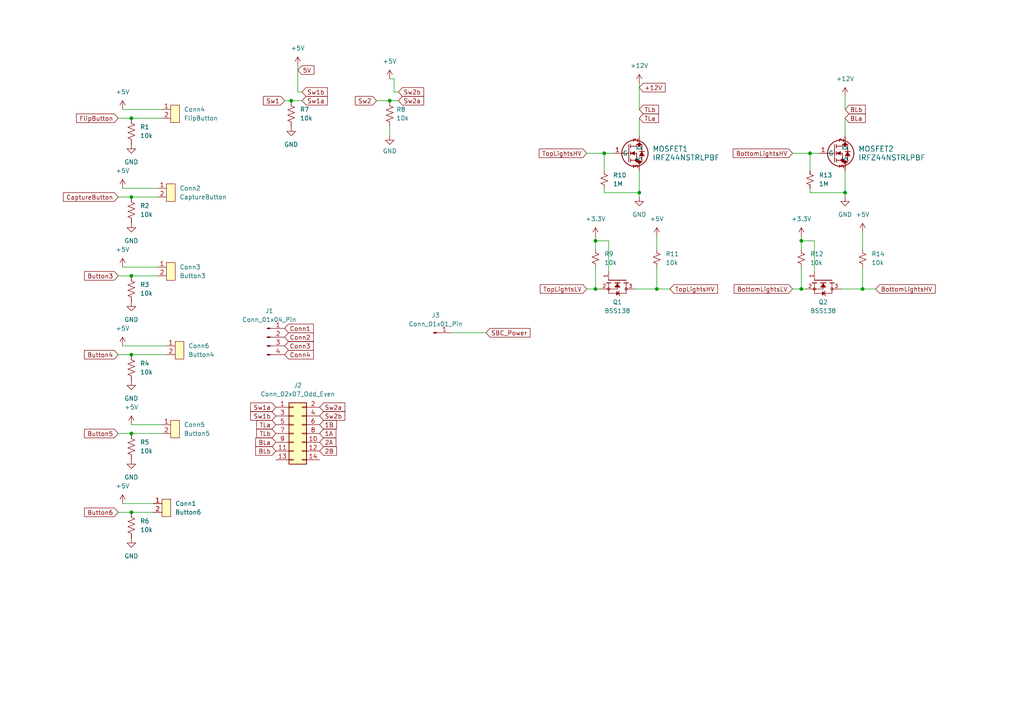
<source format=kicad_sch>
(kicad_sch (version 20231120) (generator "eeschema") (generator_version "8.0")
  (paper "A4")
  (lib_symbols
    (symbol "2024-05-21_14-07-33:IRFZ44NSTRLPBF" (pin_names (offset 0.254))
      (property "Reference" "MOSFET" (at 11.43 1.905 0))
      (property "Value" "IRFZ44NSTRLPBF" (at 11.43 -2.54 0))
      (symbol "IRFZ44NSTRLPBF_0_1"
        (polyline (pts (xy 2.54 0) (xy 4.445 0)) (stroke (width 0.2032)))
        (polyline (pts (xy 4.572 -2.54) (xy 4.572 2.54)) (stroke (width 0.2032)))
        (polyline (pts (xy 5.08 -2.54) (xy 5.08 -1.524)) (stroke (width 0.2032)))
        (polyline (pts (xy 5.08 -2.032) (xy 6.858 -2.032)) (stroke (width 0.2032)))
        (polyline (pts (xy 5.08 -0.508) (xy 5.08 0.508)) (stroke (width 0.2032)))
        (polyline (pts (xy 5.08 1.524) (xy 5.08 2.54)) (stroke (width 0.2032)))
        (polyline (pts (xy 5.08 2.032) (xy 6.858 2.032)) (stroke (width 0.2032)))
        (polyline (pts (xy 6.35 0) (xy 6.858 0)) (stroke (width 0.2032)))
        (polyline (pts (xy 6.858 -2.54) (xy 6.858 0)) (stroke (width 0.2032)))
        (polyline (pts (xy 6.858 -2.54) (xy 8.382 -2.54)) (stroke (width 0.2032)))
        (polyline (pts (xy 6.858 2.032) (xy 6.858 2.54)) (stroke (width 0.2032)))
        (polyline (pts (xy 6.858 2.54) (xy 8.382 2.54)) (stroke (width 0.2032)))
        (polyline (pts (xy 8.382 -2.54) (xy 8.382 -0.762)) (stroke (width 0.2032)))
        (polyline (pts (xy 8.382 0.508) (xy 8.382 2.54)) (stroke (width 0.2032)))
        (polyline (pts (xy 9.144 0.508) (xy 7.62 0.508)) (stroke (width 0.2032)))
        (polyline (pts (xy 6.35 0.508) (xy 5.08 0) (xy 6.35 -0.508)) (fill (type outline)))
        (polyline (pts (xy 9.144 -0.762) (xy 7.62 -0.762) (xy 8.382 0.508)) (fill (type outline)))
        (circle (center 6.35 0) (radius 3.81) (stroke (width 0.254)))
        (circle (center 6.858 -2.032) (radius 0.0254) (stroke (width 0.508)))
        (circle (center 7.62 -2.54) (radius 0.0254) (stroke (width 0.508)))
        (circle (center 7.62 2.54) (radius 0.0254) (stroke (width 0.508)))
        (pin passive line (at 0 0 0) (length 2.54) (name "G") (number "1"))
        (pin passive line (at 7.62 5.08 270) (length 2.54) (name "D") (number "2"))
        (pin passive line (at 7.62 -5.08 90) (length 2.54) (name "S") (number "3"))
      )
    )
    (symbol "BSS138:BSS138" (pin_names (offset 1.016))
      (property "Reference" "Q" (at -8.89 2.54 0))
      (property "Value" "BSS138" (at -8.89 -7.62 0))
      (symbol "BSS138_0_0"
        (polyline (pts (xy 0 2.54) (xy 0 -2.54)) (stroke (width 0.254)))
        (polyline (pts (xy 0.762 -2.54) (xy 0.762 -3.175)) (stroke (width 0.254)))
        (polyline (pts (xy 0.762 -1.905) (xy 0.762 -2.54)) (stroke (width 0.254)))
        (polyline (pts (xy 0.762 0) (xy 0.762 -0.762)) (stroke (width 0.254)))
        (polyline (pts (xy 0.762 0) (xy 2.54 0)) (stroke (width 0.1524)))
        (polyline (pts (xy 0.762 0.762) (xy 0.762 0)) (stroke (width 0.254)))
        (polyline (pts (xy 0.762 2.54) (xy 0.762 1.905)) (stroke (width 0.254)))
        (polyline (pts (xy 0.762 2.54) (xy 3.81 2.54)) (stroke (width 0.1524)))
        (polyline (pts (xy 0.762 3.175) (xy 0.762 2.54)) (stroke (width 0.254)))
        (polyline (pts (xy 2.54 -2.54) (xy 0.762 -2.54)) (stroke (width 0.1524)))
        (polyline (pts (xy 2.54 -2.54) (xy 3.81 -2.54)) (stroke (width 0.1524)))
        (polyline (pts (xy 2.54 0) (xy 2.54 -2.54)) (stroke (width 0.1524)))
        (polyline (pts (xy 3.302 0.508) (xy 3.048 0.254)) (stroke (width 0.1524)))
        (polyline (pts (xy 3.81 0.508) (xy 3.302 0.508)) (stroke (width 0.1524)))
        (polyline (pts (xy 3.81 0.508) (xy 3.81 -2.54)) (stroke (width 0.1524)))
        (polyline (pts (xy 3.81 2.54) (xy 3.81 0.508)) (stroke (width 0.1524)))
        (polyline (pts (xy 4.318 0.508) (xy 3.81 0.508)) (stroke (width 0.1524)))
        (polyline (pts (xy 4.572 0.762) (xy 4.318 0.508)) (stroke (width 0.1524)))
        (polyline (pts (xy 1.016 0) (xy 2.032 0.762) (xy 2.032 -0.762) (xy 1.016 0)) (stroke (width 0.1524)) (fill (type outline)))
        (polyline (pts (xy 3.81 0.508) (xy 3.302 -0.254) (xy 4.318 -0.254) (xy 3.81 0.508)) (stroke (width 0.1524)) (fill (type outline)))
        (circle (center 2.54 -2.54) (radius 0.3592))
        (circle (center 2.54 2.54) (radius 0.3592))
        (pin passive line (at -2.54 -2.54 0) (length 2.54) (name "~") (number "1"))
        (pin passive line (at 2.54 -5.08 90) (length 2.54) (name "~") (number "2"))
        (pin passive line (at 2.54 5.08 270) (length 2.54) (name "~") (number "3"))
      )
    )
    (symbol "Connector:Conn_01x01_Pin" (pin_names (offset 1.016) hide)
      (property "Reference" "J" (at 0 2.54 0))
      (property "Value" "Conn_01x01_Pin" (at 0 -2.54 0))
      (symbol "Conn_01x01_Pin_1_1"
        (polyline (pts (xy 1.27 0) (xy 0.8636 0)) (stroke (width 0.1524)))
        (rectangle (start 0.8636 0.127) (end 0 -0.127) (stroke (width 0.1524)) (fill (type outline)))
        (pin passive line (at 5.08 0 180) (length 3.81) (name "Pin_1") (number "1"))
      )
    )
    (symbol "Connector:Conn_01x04_Pin" (pin_names (offset 1.016) hide)
      (property "Reference" "J" (at 0 5.08 0))
      (property "Value" "Conn_01x04_Pin" (at 0 -7.62 0))
      (symbol "Conn_01x04_Pin_1_1"
        (polyline (pts (xy 1.27 -5.08) (xy 0.8636 -5.08)) (stroke (width 0.1524)))
        (polyline (pts (xy 1.27 -2.54) (xy 0.8636 -2.54)) (stroke (width 0.1524)))
        (polyline (pts (xy 1.27 0) (xy 0.8636 0)) (stroke (width 0.1524)))
        (polyline (pts (xy 1.27 2.54) (xy 0.8636 2.54)) (stroke (width 0.1524)))
        (rectangle (start 0.8636 -4.953) (end 0 -5.207) (stroke (width 0.1524)) (fill (type outline)))
        (rectangle (start 0.8636 -2.413) (end 0 -2.667) (stroke (width 0.1524)) (fill (type outline)))
        (rectangle (start 0.8636 0.127) (end 0 -0.127) (stroke (width 0.1524)) (fill (type outline)))
        (rectangle (start 0.8636 2.667) (end 0 2.413) (stroke (width 0.1524)) (fill (type outline)))
        (pin passive line (at 5.08 2.54 180) (length 3.81) (name "Pin_1") (number "1"))
        (pin passive line (at 5.08 0 180) (length 3.81) (name "Pin_2") (number "2"))
        (pin passive line (at 5.08 -2.54 180) (length 3.81) (name "Pin_3") (number "3"))
        (pin passive line (at 5.08 -5.08 180) (length 3.81) (name "Pin_4") (number "4"))
      )
    )
    (symbol "Connector_Generic:Conn_02x07_Odd_Even" (pin_names (offset 1.016) hide)
      (property "Reference" "J" (at 1.27 10.16 0))
      (property "Value" "Conn_02x07_Odd_Even" (at 1.27 -10.16 0))
      (symbol "Conn_02x07_Odd_Even_1_1"
        (rectangle (start -1.27 -7.493) (end 0 -7.747) (stroke (width 0.1524)))
        (rectangle (start -1.27 -4.953) (end 0 -5.207) (stroke (width 0.1524)))
        (rectangle (start -1.27 -2.413) (end 0 -2.667) (stroke (width 0.1524)))
        (rectangle (start -1.27 0.127) (end 0 -0.127) (stroke (width 0.1524)))
        (rectangle (start -1.27 2.667) (end 0 2.413) (stroke (width 0.1524)))
        (rectangle (start -1.27 5.207) (end 0 4.953) (stroke (width 0.1524)))
        (rectangle (start -1.27 7.747) (end 0 7.493) (stroke (width 0.1524)))
        (rectangle (start -1.27 8.89) (end 3.81 -8.89) (stroke (width 0.254)) (fill (type background)))
        (rectangle (start 3.81 -7.493) (end 2.54 -7.747) (stroke (width 0.1524)))
        (rectangle (start 3.81 -4.953) (end 2.54 -5.207) (stroke (width 0.1524)))
        (rectangle (start 3.81 -2.413) (end 2.54 -2.667) (stroke (width 0.1524)))
        (rectangle (start 3.81 0.127) (end 2.54 -0.127) (stroke (width 0.1524)))
        (rectangle (start 3.81 2.667) (end 2.54 2.413) (stroke (width 0.1524)))
        (rectangle (start 3.81 5.207) (end 2.54 4.953) (stroke (width 0.1524)))
        (rectangle (start 3.81 7.747) (end 2.54 7.493) (stroke (width 0.1524)))
        (pin passive line (at -5.08 7.62 0) (length 3.81) (name "Pin_1") (number "1"))
        (pin passive line (at 7.62 -2.54 180) (length 3.81) (name "Pin_10") (number "10"))
        (pin passive line (at -5.08 -5.08 0) (length 3.81) (name "Pin_11") (number "11"))
        (pin passive line (at 7.62 -5.08 180) (length 3.81) (name "Pin_12") (number "12"))
        (pin passive line (at -5.08 -7.62 0) (length 3.81) (name "Pin_13") (number "13"))
        (pin passive line (at 7.62 -7.62 180) (length 3.81) (name "Pin_14") (number "14"))
        (pin passive line (at 7.62 7.62 180) (length 3.81) (name "Pin_2") (number "2"))
        (pin passive line (at -5.08 5.08 0) (length 3.81) (name "Pin_3") (number "3"))
        (pin passive line (at 7.62 5.08 180) (length 3.81) (name "Pin_4") (number "4"))
        (pin passive line (at -5.08 2.54 0) (length 3.81) (name "Pin_5") (number "5"))
        (pin passive line (at 7.62 2.54 180) (length 3.81) (name "Pin_6") (number "6"))
        (pin passive line (at -5.08 0 0) (length 3.81) (name "Pin_7") (number "7"))
        (pin passive line (at 7.62 0 180) (length 3.81) (name "Pin_8") (number "8"))
        (pin passive line (at -5.08 -2.54 0) (length 3.81) (name "Pin_9") (number "9"))
      )
    )
    (symbol "Device:R_Small_US" (pin_numbers hide) (pin_names (offset 0.254) hide)
      (property "Reference" "R" (at 0.762 0.508 0))
      (property "Value" "R_Small_US" (at 0.762 -1.016 0))
      (symbol "R_Small_US_1_1"
        (polyline (pts (xy 0 0) (xy 1.016 -0.381) (xy 0 -0.762) (xy -1.016 -1.143) (xy 0 -1.524)))
        (polyline (pts (xy 0 1.524) (xy 1.016 1.143) (xy 0 0.762) (xy -1.016 0.381) (xy 0 0)))
        (pin passive line (at 0 2.54 270) (length 1.016) (name "~") (number "1"))
        (pin passive line (at 0 -2.54 90) (length 1.016) (name "~") (number "2"))
      )
    )
    (symbol "Device:R_US" (pin_numbers hide) (pin_names (offset 0))
      (property "Reference" "R" (at 2.54 0 90))
      (property "Value" "R_US" (at -2.54 0 90))
      (symbol "R_US_0_1"
        (polyline (pts (xy 0 -2.286) (xy 0 -2.54)))
        (polyline (pts (xy 0 2.286) (xy 0 2.54)))
        (polyline (pts (xy 0 -0.762) (xy 1.016 -1.143) (xy 0 -1.524) (xy -1.016 -1.905) (xy 0 -2.286)))
        (polyline (pts (xy 0 0.762) (xy 1.016 0.381) (xy 0 0) (xy -1.016 -0.381) (xy 0 -0.762)))
        (polyline (pts (xy 0 2.286) (xy 1.016 1.905) (xy 0 1.524) (xy -1.016 1.143) (xy 0 0.762)))
      )
      (symbol "R_US_1_1"
        (pin passive line (at 0 3.81 270) (length 1.27) (name "~") (number "1"))
        (pin passive line (at 0 -3.81 90) (length 1.27) (name "~") (number "2"))
      )
    )
    (symbol "Scout_library:B2B_VERT_1.5MM" (pin_names (offset 0) hide)
      (property "Reference" "Conn" (at 0 0 0))
      (property "Value" "B2B" (at 1.27 -7.62 0))
      (symbol "B2B_VERT_1.5MM_1_1"
        (rectangle (start -1.27 -1.27) (end 1.27 -6.35) (fill (type background)))
        (pin passive line (at -3.81 -2.54 0) (length 2.54) (name "Pin_1") (number "1"))
        (pin passive line (at -3.81 -5.08 0) (length 2.54) (name "Pin_2") (number "2"))
      )
    )
    (symbol "power:+12V" (power) (pin_names (offset 0))
      (property "Value" "+12V" (at 0 3.556 0))
      (symbol "+12V_0_1"
        (polyline (pts (xy -0.762 1.27) (xy 0 2.54)))
        (polyline (pts (xy 0 0) (xy 0 2.54)))
        (polyline (pts (xy 0 2.54) (xy 0.762 1.27)))
      )
      (symbol "+12V_1_1"
        (pin power_in line (at 0 0 90) (length 0) hide (name "+12V") (number "1"))
      )
    )
    (symbol "power:+3.3V" (power) (pin_names (offset 0))
      (property "Value" "+3.3V" (at 0 3.556 0))
      (symbol "+3.3V_0_1"
        (polyline (pts (xy -0.762 1.27) (xy 0 2.54)))
        (polyline (pts (xy 0 0) (xy 0 2.54)))
        (polyline (pts (xy 0 2.54) (xy 0.762 1.27)))
      )
      (symbol "+3.3V_1_1"
        (pin power_in line (at 0 0 90) (length 0) hide (name "+3.3V") (number "1"))
      )
    )
    (symbol "power:+5V" (power) (pin_names (offset 0))
      (property "Value" "+5V" (at 0 3.556 0))
      (symbol "+5V_0_1"
        (polyline (pts (xy -0.762 1.27) (xy 0 2.54)))
        (polyline (pts (xy 0 0) (xy 0 2.54)))
        (polyline (pts (xy 0 2.54) (xy 0.762 1.27)))
      )
      (symbol "+5V_1_1"
        (pin power_in line (at 0 0 90) (length 0) hide (name "+5V") (number "1"))
      )
    )
    (symbol "power:GND" (power) (pin_names (offset 0))
      (property "Value" "GND" (at 0 -3.81 0))
      (symbol "GND_0_1"
        (polyline (pts (xy 0 0) (xy 0 -1.27) (xy 1.27 -1.27) (xy 0 -2.54) (xy -1.27 -1.27) (xy 0 -1.27)))
      )
      (symbol "GND_1_1"
        (pin power_in line (at 0 0 270) (length 0) hide (name "GND") (number "1"))
      )
    )
  )
  (junction (at 38.1 34.29))
  (junction (at 190.5 83.82))
  (junction (at 245.11 55.88))
  (junction (at 38.1 148.59))
  (junction (at 232.41 69.85))
  (junction (at 234.95 44.45))
  (junction (at 250.19 83.82))
  (junction (at 232.41 83.82))
  (junction (at 172.72 83.82))
  (junction (at 38.1 57.15))
  (junction (at 84.455 29.21))
  (junction (at 185.42 55.88))
  (junction (at 38.1 125.73))
  (junction (at 113.03 29.21))
  (junction (at 172.72 69.85))
  (junction (at 38.1 102.87))
  (junction (at 38.1 80.01))
  (junction (at 175.26 44.45))
  (wire (pts (xy 35.56 54.61) (xy 45.72 54.61)))
  (wire (pts (xy 86.36 19.05) (xy 86.36 26.67)))
  (wire (pts (xy 170.18 44.45) (xy 175.26 44.45)))
  (wire (pts (xy 34.29 125.73) (xy 38.1 125.73)))
  (wire (pts (xy 35.56 77.47) (xy 45.72 77.47)))
  (wire (pts (xy 113.03 29.21) (xy 115.57 29.21)))
  (wire (pts (xy 232.41 69.85) (xy 232.41 72.39)))
  (wire (pts (xy 34.29 57.15) (xy 38.1 57.15)))
  (wire (pts (xy 194.31 83.82) (xy 190.5 83.82)))
  (wire (pts (xy 234.95 55.88) (xy 245.11 55.88)))
  (wire (pts (xy 236.22 78.74) (xy 236.22 69.85)))
  (wire (pts (xy 34.29 148.59) (xy 38.1 148.59)))
  (wire (pts (xy 172.72 68.58) (xy 172.72 69.85)))
  (wire (pts (xy 114.3 22.86) (xy 114.3 26.67)))
  (wire (pts (xy 172.72 77.47) (xy 172.72 83.82)))
  (wire (pts (xy 190.5 83.82) (xy 184.15 83.82)))
  (wire (pts (xy 113.03 22.86) (xy 114.3 22.86)))
  (wire (pts (xy 245.11 49.53) (xy 245.11 55.88)))
  (wire (pts (xy 38.1 57.15) (xy 45.72 57.15)))
  (wire (pts (xy 190.5 68.58) (xy 190.5 72.39)))
  (wire (pts (xy 185.42 49.53) (xy 185.42 55.88)))
  (wire (pts (xy 175.26 55.88) (xy 185.42 55.88)))
  (wire (pts (xy 234.95 49.53) (xy 234.95 44.45)))
  (wire (pts (xy 34.29 34.29) (xy 38.1 34.29)))
  (wire (pts (xy 232.41 83.82) (xy 229.87 83.82)))
  (wire (pts (xy 35.56 100.33) (xy 48.26 100.33)))
  (wire (pts (xy 35.56 31.75) (xy 46.99 31.75)))
  (wire (pts (xy 175.26 44.45) (xy 177.8 44.45)))
  (wire (pts (xy 172.72 69.85) (xy 172.72 72.39)))
  (wire (pts (xy 234.95 44.45) (xy 237.49 44.45)))
  (wire (pts (xy 84.455 29.21) (xy 87.63 29.21)))
  (wire (pts (xy 38.1 80.01) (xy 45.72 80.01)))
  (wire (pts (xy 34.29 80.01) (xy 38.1 80.01)))
  (wire (pts (xy 190.5 77.47) (xy 190.5 83.82)))
  (wire (pts (xy 176.53 78.74) (xy 176.53 69.85)))
  (wire (pts (xy 114.3 26.67) (xy 115.57 26.67)))
  (wire (pts (xy 38.1 125.73) (xy 46.99 125.73)))
  (wire (pts (xy 250.19 67.31) (xy 250.19 72.39)))
  (wire (pts (xy 38.1 148.59) (xy 44.45 148.59)))
  (wire (pts (xy 245.11 27.94) (xy 245.11 31.75)))
  (wire (pts (xy 176.53 69.85) (xy 172.72 69.85)))
  (wire (pts (xy 185.42 57.15) (xy 185.42 55.88)))
  (wire (pts (xy 185.42 24.13) (xy 185.42 31.75)))
  (wire (pts (xy 38.1 123.19) (xy 46.99 123.19)))
  (wire (pts (xy 82.55 29.21) (xy 84.455 29.21)))
  (wire (pts (xy 232.41 77.47) (xy 232.41 83.82)))
  (wire (pts (xy 234.95 55.88) (xy 234.95 54.61)))
  (wire (pts (xy 236.22 69.85) (xy 232.41 69.85)))
  (wire (pts (xy 232.41 68.58) (xy 232.41 69.85)))
  (wire (pts (xy 175.26 55.88) (xy 175.26 54.61)))
  (wire (pts (xy 109.22 29.21) (xy 113.03 29.21)))
  (wire (pts (xy 35.56 146.05) (xy 44.45 146.05)))
  (wire (pts (xy 175.26 49.53) (xy 175.26 44.45)))
  (wire (pts (xy 233.68 83.82) (xy 232.41 83.82)))
  (wire (pts (xy 185.42 34.29) (xy 185.42 39.37)))
  (wire (pts (xy 140.97 96.52) (xy 130.81 96.52)))
  (wire (pts (xy 34.29 102.87) (xy 38.1 102.87)))
  (wire (pts (xy 113.03 39.37) (xy 113.03 36.83)))
  (wire (pts (xy 86.36 26.67) (xy 87.63 26.67)))
  (wire (pts (xy 38.1 102.87) (xy 48.26 102.87)))
  (wire (pts (xy 173.99 83.82) (xy 172.72 83.82)))
  (wire (pts (xy 254 83.82) (xy 250.19 83.82)))
  (wire (pts (xy 229.87 44.45) (xy 234.95 44.45)))
  (wire (pts (xy 245.11 57.15) (xy 245.11 55.88)))
  (wire (pts (xy 250.19 77.47) (xy 250.19 83.82)))
  (wire (pts (xy 250.19 83.82) (xy 243.84 83.82)))
  (wire (pts (xy 172.72 83.82) (xy 170.18 83.82)))
  (wire (pts (xy 245.11 34.29) (xy 245.11 39.37)))
  (wire (pts (xy 38.1 34.29) (xy 46.99 34.29)))
  (global_label "Conn3" (shape input) (at 82.55 100.33 0) (property "Intersheetrefs" "${INTERSHEET_REFS}" (effects (hide yes))))
  (global_label "Sw1a" (shape input) (at 87.63 29.21 0) (property "Intersheetrefs" "${INTERSHEET_REFS}" (effects (hide yes))))
  (global_label "SBC_Power" (shape input) (at 140.97 96.52 0) (property "Intersheetrefs" "${INTERSHEET_REFS}" (effects (hide yes))))
  (global_label "TopLightsHV" (shape input) (at 194.31 83.82 0) (property "Intersheetrefs" "${INTERSHEET_REFS}" (effects (hide yes))))
  (global_label "TLb" (shape input) (at 80.01 125.73 180) (property "Intersheetrefs" "${INTERSHEET_REFS}" (effects (hide yes))))
  (global_label "FlipButton" (shape input) (at 34.29 34.29 180) (property "Intersheetrefs" "${INTERSHEET_REFS}" (effects (hide yes))))
  (global_label "Button3" (shape input) (at 34.29 80.01 180) (property "Intersheetrefs" "${INTERSHEET_REFS}" (effects (hide yes))))
  (global_label "Sw2b" (shape input) (at 115.57 26.67 0) (property "Intersheetrefs" "${INTERSHEET_REFS}" (effects (hide yes))))
  (global_label "TLa" (shape input) (at 80.01 123.19 180) (property "Intersheetrefs" "${INTERSHEET_REFS}" (effects (hide yes))))
  (global_label "Button5" (shape input) (at 34.29 125.73 180) (property "Intersheetrefs" "${INTERSHEET_REFS}" (effects (hide yes))))
  (global_label "BottomLightsHV" (shape input) (at 229.87 44.45 180) (property "Intersheetrefs" "${INTERSHEET_REFS}" (effects (hide yes))))
  (global_label "BottomLightsHV" (shape input) (at 254 83.82 0) (property "Intersheetrefs" "${INTERSHEET_REFS}" (effects (hide yes))))
  (global_label "Sw2b" (shape input) (at 92.71 120.65 0) (property "Intersheetrefs" "${INTERSHEET_REFS}" (effects (hide yes))))
  (global_label "BLa" (shape input) (at 245.11 34.29 0) (property "Intersheetrefs" "${INTERSHEET_REFS}" (effects (hide yes))))
  (global_label "Sw1b" (shape input) (at 80.01 120.65 180) (property "Intersheetrefs" "${INTERSHEET_REFS}" (effects (hide yes))))
  (global_label "Button4" (shape input) (at 34.29 102.87 180) (property "Intersheetrefs" "${INTERSHEET_REFS}" (effects (hide yes))))
  (global_label "CaptureButton" (shape input) (at 34.29 57.15 180) (property "Intersheetrefs" "${INTERSHEET_REFS}" (effects (hide yes))))
  (global_label "Sw2a" (shape input) (at 92.71 118.11 0) (property "Intersheetrefs" "${INTERSHEET_REFS}" (effects (hide yes))))
  (global_label "TopLightsLV" (shape input) (at 170.18 83.82 180) (property "Intersheetrefs" "${INTERSHEET_REFS}" (effects (hide yes))))
  (global_label "1B" (shape input) (at 92.71 123.19 0) (property "Intersheetrefs" "${INTERSHEET_REFS}" (effects (hide yes))))
  (global_label "Sw1a" (shape input) (at 80.01 118.11 180) (property "Intersheetrefs" "${INTERSHEET_REFS}" (effects (hide yes))))
  (global_label "BLb" (shape input) (at 80.01 130.81 180) (property "Intersheetrefs" "${INTERSHEET_REFS}" (effects (hide yes))))
  (global_label "Sw2a" (shape input) (at 115.57 29.21 0) (property "Intersheetrefs" "${INTERSHEET_REFS}" (effects (hide yes))))
  (global_label "Sw1" (shape input) (at 82.55 29.21 180) (property "Intersheetrefs" "${INTERSHEET_REFS}" (effects (hide yes))))
  (global_label "Sw1b" (shape input) (at 87.63 26.67 0) (property "Intersheetrefs" "${INTERSHEET_REFS}" (effects (hide yes))))
  (global_label "1A" (shape input) (at 92.71 125.73 0) (property "Intersheetrefs" "${INTERSHEET_REFS}" (effects (hide yes))))
  (global_label "TLa" (shape input) (at 185.42 34.29 0) (property "Intersheetrefs" "${INTERSHEET_REFS}" (effects (hide yes))))
  (global_label "Sw2" (shape input) (at 109.22 29.21 180) (property "Intersheetrefs" "${INTERSHEET_REFS}" (effects (hide yes))))
  (global_label "Conn2" (shape input) (at 82.55 97.79 0) (property "Intersheetrefs" "${INTERSHEET_REFS}" (effects (hide yes))))
  (global_label "TopLightsHV" (shape input) (at 170.18 44.45 180) (property "Intersheetrefs" "${INTERSHEET_REFS}" (effects (hide yes))))
  (global_label "BottomLightsLV" (shape input) (at 229.87 83.82 180) (property "Intersheetrefs" "${INTERSHEET_REFS}" (effects (hide yes))))
  (global_label "Button6" (shape input) (at 34.29 148.59 180) (property "Intersheetrefs" "${INTERSHEET_REFS}" (effects (hide yes))))
  (global_label "5V" (shape input) (at 86.36 20.32 0) (property "Intersheetrefs" "${INTERSHEET_REFS}" (effects (hide yes))))
  (global_label "Conn4" (shape input) (at 82.55 102.87 0) (property "Intersheetrefs" "${INTERSHEET_REFS}" (effects (hide yes))))
  (global_label "TLb" (shape input) (at 185.42 31.75 0) (property "Intersheetrefs" "${INTERSHEET_REFS}" (effects (hide yes))))
  (global_label "2A" (shape input) (at 92.71 128.27 0) (property "Intersheetrefs" "${INTERSHEET_REFS}" (effects (hide yes))))
  (global_label "BLb" (shape input) (at 245.11 31.75 0) (property "Intersheetrefs" "${INTERSHEET_REFS}" (effects (hide yes))))
  (global_label "2B" (shape input) (at 92.71 130.81 0) (property "Intersheetrefs" "${INTERSHEET_REFS}" (effects (hide yes))))
  (global_label "+12V" (shape input) (at 185.42 25.4 0) (property "Intersheetrefs" "${INTERSHEET_REFS}" (effects (hide yes))))
  (global_label "BLa" (shape input) (at 80.01 128.27 180) (property "Intersheetrefs" "${INTERSHEET_REFS}" (effects (hide yes))))
  (global_label "Conn1" (shape input) (at 82.55 95.25 0) (property "Intersheetrefs" "${INTERSHEET_REFS}" (effects (hide yes))))
  (symbol (lib_id "Device:R_US") (at 38.1 60.96 0) (unit 1)
    (property "Reference" "R2" (at 40.64 59.69 0) (effects (justify left)))
    (property "Value" "10k" (at 40.64 62.23 0) (effects (justify left)))
    (property "Footprint" "Resistor_SMD:R_0603_1608Metric_Pad0.98x0.95mm_HandSolder" (effects (hide yes)))
  )
  (symbol (lib_id "Device:R_Small_US") (at 190.5 74.93 0) (unit 1)
    (property "Reference" "R11" (at 193.04 73.66 0) (effects (justify left)))
    (property "Value" "10k" (at 193.04 76.2 0) (effects (justify left)))
    (property "Footprint" "Resistor_SMD:R_0603_1608Metric_Pad0.98x0.95mm_HandSolder" (effects (hide yes)))
  )
  (symbol (lib_id "Scout_library:B2B_VERT_1.5MM") (at 49.53 52.07 0) (unit 1)
    (property "Reference" "Conn2" (at 52.07 54.61 0) (effects (justify left)))
    (property "Value" "CaptureButton" (at 52.07 57.15 0) (effects (justify left)))
    (property "Footprint" "Connector_JST:JST_XH_B2B-XH-AM_1x02_P2.50mm_Vertical" (effects (hide yes)))
    (property "Datasheet" "https://www.jst-mfg.com/product/pdf/eng/eZH.pdf" (effects (hide yes)))
  )
  (symbol (lib_id "power:GND") (at 84.455 36.83 0) (unit 1)
    (property "Reference" "#PWR021" (effects (hide yes)))
    (property "Value" "GND" (at 84.455 41.91 0))
  )
  (symbol (lib_id "power:+5V") (at 190.5 68.58 0) (unit 1)
    (property "Reference" "#PWR030" (effects (hide yes)))
    (property "Value" "+5V" (at 190.5 63.5 0))
  )
  (symbol (lib_id "power:+12V") (at 245.11 27.94 0) (unit 1)
    (property "Reference" "#PWR032" (effects (hide yes)))
    (property "Value" "+12V" (at 245.11 22.86 0))
  )
  (symbol (lib_id "Device:R_US") (at 38.1 106.68 0) (unit 1) (on_board no)
    (property "Reference" "R4" (at 40.64 105.41 0) (effects (justify left)))
    (property "Value" "10k" (at 40.64 107.95 0) (effects (justify left)))
    (property "Footprint" "Resistor_SMD:R_0603_1608Metric_Pad0.98x0.95mm_HandSolder" (effects (hide yes)))
  )
  (symbol (lib_id "power:GND") (at 38.1 64.77 0) (unit 1)
    (property "Reference" "#PWR015" (effects (hide yes)))
    (property "Value" "GND" (at 38.1 69.85 0))
  )
  (symbol (lib_id "Scout_library:B2B_VERT_1.5MM") (at 48.26 143.51 0) (unit 1) (on_board no)
    (property "Reference" "Conn1" (at 50.8 146.05 0) (effects (justify left)))
    (property "Value" "Button6" (at 50.8 148.59 0) (effects (justify left)))
    (property "Footprint" "Connector_JST:JST_XH_B2B-XH-AM_1x02_P2.50mm_Vertical" (effects (hide yes)))
    (property "Datasheet" "https://www.jst-mfg.com/product/pdf/eng/eZH.pdf" (effects (hide yes)))
  )
  (symbol (lib_id "BSS138:BSS138") (at 238.76 81.28 270) (unit 1)
    (property "Reference" "Q2" (at 238.76 87.63 90))
    (property "Value" "BSS138" (at 238.76 90.17 90))
    (property "Footprint" "BSS138:SOT95P240X111-3N" (effects (hide yes)))
    (property "PARTREV" "30 Jan 2018" (effects (hide yes)))
    (property "MANUFACTURER" "ON Semiconductor" (effects (hide yes)))
    (property "MAXIMUM_PACKAGE_HEIGHT" "1.11 mm" (effects (hide yes)))
    (property "STANDARD" "IPC 7351B" (effects (hide yes)))
  )
  (symbol (lib_id "Connector:Conn_01x01_Pin") (at 125.73 96.52 0) (unit 1) (on_board no)
    (property "Reference" "J3" (at 126.365 91.44 0))
    (property "Value" "Conn_01x01_Pin" (at 126.365 93.98 0))
    (property "Footprint" "Connector_PinHeader_2.54mm:PinHeader_1x01_P2.54mm_Vertical" (effects (hide yes)))
  )
  (symbol (lib_id "power:GND") (at 38.1 156.21 0) (unit 1)
    (property "Reference" "#PWR020" (effects (hide yes)))
    (property "Value" "GND" (at 38.1 161.29 0))
  )
  (symbol (lib_id "power:GND") (at 38.1 41.91 0) (unit 1)
    (property "Reference" "#PWR014" (effects (hide yes)))
    (property "Value" "GND" (at 38.1 46.99 0))
  )
  (symbol (lib_id "power:+5V") (at 86.36 19.05 0) (unit 1)
    (property "Reference" "#PWR022" (effects (hide yes)))
    (property "Value" "+5V" (at 86.36 13.97 0))
  )
  (symbol (lib_id "power:+5V") (at 35.56 100.33 0) (unit 1)
    (property "Reference" "#PWR012" (effects (hide yes)))
    (property "Value" "+5V" (at 35.56 95.25 0))
  )
  (symbol (lib_id "power:+12V") (at 185.42 24.13 0) (unit 1)
    (property "Reference" "#PWR028" (effects (hide yes)))
    (property "Value" "+12V" (at 185.42 19.05 0))
  )
  (symbol (lib_id "power:+3.3V") (at 172.72 68.58 0) (unit 1)
    (property "Reference" "#PWR027" (effects (hide yes)))
    (property "Value" "+3.3V" (at 172.72 63.5 0))
  )
  (symbol (lib_id "power:GND") (at 38.1 87.63 0) (unit 1)
    (property "Reference" "#PWR016" (effects (hide yes)))
    (property "Value" "GND" (at 38.1 92.71 0))
  )
  (symbol (lib_id "Device:R_US") (at 38.1 152.4 0) (unit 1) (on_board no)
    (property "Reference" "R6" (at 40.64 151.13 0) (effects (justify left)))
    (property "Value" "10k" (at 40.64 153.67 0) (effects (justify left)))
    (property "Footprint" "Resistor_SMD:R_0603_1608Metric_Pad0.98x0.95mm_HandSolder" (effects (hide yes)))
  )
  (symbol (lib_id "power:GND") (at 245.11 57.15 0) (unit 1)
    (property "Reference" "#PWR033" (effects (hide yes)))
    (property "Value" "GND" (at 245.11 62.23 0))
  )
  (symbol (lib_id "Connector:Conn_01x04_Pin") (at 77.47 97.79 0) (unit 1)
    (property "Reference" "J1" (at 78.105 90.17 0))
    (property "Value" "Conn_01x04_Pin" (at 78.105 92.71 0))
    (property "Footprint" "Connector_PinSocket_2.54mm:PinSocket_1x04_P2.54mm_Vertical" (effects (hide yes)))
  )
  (symbol (lib_id "2024-05-21_14-07-33:IRFZ44NSTRLPBF") (at 237.49 44.45 0) (unit 1)
    (property "Reference" "MOSFET2" (at 248.92 43.18 0) (effects (font (size 1.524 1.524)) (justify left)))
    (property "Value" "IRFZ44NSTRLPBF" (at 248.92 45.72 0) (effects (font (size 1.524 1.524)) (justify left)))
    (property "Footprint" "IRFZ44NSTRLPBF:DPAK254P1524X483-3N" (effects (hide yes)))
    (property "Datasheet" "IRFZ44NSTRLPBF" (effects (hide yes)))
  )
  (symbol (lib_id "Device:R_US") (at 38.1 38.1 0) (unit 1)
    (property "Reference" "R1" (at 40.64 36.83 0) (effects (justify left)))
    (property "Value" "10k" (at 40.64 39.37 0) (effects (justify left)))
    (property "Footprint" "Resistor_SMD:R_0603_1608Metric_Pad0.98x0.95mm_HandSolder" (effects (hide yes)))
  )
  (symbol (lib_id "Scout_library:B2B_VERT_1.5MM") (at 50.8 29.21 0) (unit 1)
    (property "Reference" "Conn4" (at 53.34 31.75 0) (effects (justify left)))
    (property "Value" "FlipButton" (at 53.34 34.29 0) (effects (justify left)))
    (property "Footprint" "Connector_JST:JST_XH_B2B-XH-AM_1x02_P2.50mm_Vertical" (effects (hide yes)))
    (property "Datasheet" "https://www.jst-mfg.com/product/pdf/eng/eZH.pdf" (effects (hide yes)))
  )
  (symbol (lib_id "power:+5V") (at 35.56 31.75 0) (unit 1)
    (property "Reference" "#PWR09" (effects (hide yes)))
    (property "Value" "+5V" (at 35.56 26.67 0))
  )
  (symbol (lib_id "power:+5V") (at 35.56 77.47 0) (unit 1)
    (property "Reference" "#PWR011" (effects (hide yes)))
    (property "Value" "+5V" (at 35.56 72.39 0))
  )
  (symbol (lib_id "Device:R_US") (at 38.1 129.54 0) (unit 1) (on_board no)
    (property "Reference" "R5" (at 40.64 128.27 0) (effects (justify left)))
    (property "Value" "10k" (at 40.64 130.81 0) (effects (justify left)))
    (property "Footprint" "Resistor_SMD:R_0603_1608Metric_Pad0.98x0.95mm_HandSolder" (effects (hide yes)))
  )
  (symbol (lib_id "power:GND") (at 38.1 133.35 0) (unit 1)
    (property "Reference" "#PWR019" (effects (hide yes)))
    (property "Value" "GND" (at 38.1 138.43 0))
  )
  (symbol (lib_id "Scout_library:B2B_VERT_1.5MM") (at 52.07 97.79 0) (unit 1) (on_board no)
    (property "Reference" "Conn6" (at 54.61 100.33 0) (effects (justify left)))
    (property "Value" "Button4" (at 54.61 102.87 0) (effects (justify left)))
    (property "Footprint" "Connector_JST:JST_XH_B2B-XH-AM_1x02_P2.50mm_Vertical" (effects (hide yes)))
    (property "Datasheet" "https://www.jst-mfg.com/product/pdf/eng/eZH.pdf" (effects (hide yes)))
  )
  (symbol (lib_id "power:+5V") (at 250.19 67.31 0) (unit 1)
    (property "Reference" "#PWR025" (effects (hide yes)))
    (property "Value" "+5V" (at 250.19 62.23 0))
  )
  (symbol (lib_id "Device:R_Small_US") (at 250.19 74.93 0) (unit 1)
    (property "Reference" "R14" (at 252.73 73.66 0) (effects (justify left)))
    (property "Value" "10k" (at 252.73 76.2 0) (effects (justify left)))
    (property "Footprint" "Resistor_SMD:R_0603_1608Metric_Pad0.98x0.95mm_HandSolder" (effects (hide yes)))
  )
  (symbol (lib_id "Device:R_US") (at 84.455 33.02 0) (unit 1)
    (property "Reference" "R7" (at 86.995 31.75 0) (effects (justify left)))
    (property "Value" "10k" (at 86.995 34.29 0) (effects (justify left)))
    (property "Footprint" "Resistor_SMD:R_0603_1608Metric_Pad0.98x0.95mm_HandSolder" (effects (hide yes)))
  )
  (symbol (lib_id "Device:R_Small_US") (at 234.95 52.07 0) (unit 1)
    (property "Reference" "R13" (at 237.49 50.8 0) (effects (justify left)))
    (property "Value" "1M" (at 237.49 53.34 0) (effects (justify left)))
    (property "Footprint" "Resistor_SMD:R_0603_1608Metric_Pad0.98x0.95mm_HandSolder" (effects (hide yes)))
  )
  (symbol (lib_id "Device:R_US") (at 113.03 33.02 0) (unit 1)
    (property "Reference" "R8" (at 114.935 31.75 0) (effects (justify left)))
    (property "Value" "10k" (at 114.935 34.29 0) (effects (justify left)))
    (property "Footprint" "Resistor_SMD:R_0603_1608Metric_Pad0.98x0.95mm_HandSolder" (effects (hide yes)))
  )
  (symbol (lib_id "Scout_library:B2B_VERT_1.5MM") (at 50.8 120.65 0) (unit 1) (on_board no)
    (property "Reference" "Conn5" (at 53.34 123.19 0) (effects (justify left)))
    (property "Value" "Button5" (at 53.34 125.73 0) (effects (justify left)))
    (property "Footprint" "Connector_JST:JST_XH_B2B-XH-AM_1x02_P2.50mm_Vertical" (effects (hide yes)))
    (property "Datasheet" "https://www.jst-mfg.com/product/pdf/eng/eZH.pdf" (effects (hide yes)))
  )
  (symbol (lib_id "Connector_Generic:Conn_02x07_Odd_Even") (at 85.09 125.73 0) (unit 1)
    (property "Reference" "J2" (at 86.36 111.76 0))
    (property "Value" "Conn_02x07_Odd_Even" (at 86.36 114.3 0))
    (property "Footprint" "Connector_IDC:IDC-Header_2x07_P2.54mm_Vertical" (effects (hide yes)))
    (property "Description" "Generic connector, double row, 02x07, odd/even pin numbering scheme (row 1 odd numbers, row 2 even numbers), script generated (kicad-library-utils/schlib/autogen/connector/)" (effects (hide yes)))
  )
  (symbol (lib_id "power:+5V") (at 113.03 22.86 0) (unit 1)
    (property "Reference" "#PWR023" (effects (hide yes)))
    (property "Value" "+5V" (at 113.03 17.78 0))
  )
  (symbol (lib_id "power:GND") (at 38.1 110.49 0) (unit 1)
    (property "Reference" "#PWR017" (effects (hide yes)))
    (property "Value" "GND" (at 38.1 115.57 0))
  )
  (symbol (lib_id "2024-05-21_14-07-33:IRFZ44NSTRLPBF") (at 177.8 44.45 0) (unit 1)
    (property "Reference" "MOSFET1" (at 189.23 43.18 0) (effects (font (size 1.524 1.524)) (justify left)))
    (property "Value" "IRFZ44NSTRLPBF" (at 189.23 45.72 0) (effects (font (size 1.524 1.524)) (justify left)))
    (property "Footprint" "IRFZ44NSTRLPBF:DPAK254P1524X483-3N" (effects (hide yes)))
    (property "Datasheet" "IRFZ44NSTRLPBF" (effects (hide yes)))
  )
  (symbol (lib_id "power:+3.3V") (at 232.41 68.58 0) (unit 1)
    (property "Reference" "#PWR031" (effects (hide yes)))
    (property "Value" "+3.3V" (at 232.41 63.5 0))
  )
  (symbol (lib_id "power:+5V") (at 38.1 123.19 0) (unit 1)
    (property "Reference" "#PWR018" (effects (hide yes)))
    (property "Value" "+5V" (at 38.1 118.11 0))
  )
  (symbol (lib_id "power:GND") (at 185.42 57.15 0) (unit 1)
    (property "Reference" "#PWR029" (effects (hide yes)))
    (property "Value" "GND" (at 185.42 62.23 0))
  )
  (symbol (lib_id "Device:R_Small_US") (at 232.41 74.93 0) (unit 1)
    (property "Reference" "R12" (at 234.95 73.66 0) (effects (justify left)))
    (property "Value" "10k" (at 234.95 76.2 0) (effects (justify left)))
    (property "Footprint" "Resistor_SMD:R_0603_1608Metric_Pad0.98x0.95mm_HandSolder" (effects (hide yes)))
  )
  (symbol (lib_id "power:+5V") (at 35.56 146.05 0) (unit 1)
    (property "Reference" "#PWR013" (effects (hide yes)))
    (property "Value" "+5V" (at 35.56 140.97 0))
  )
  (symbol (lib_id "Device:R_US") (at 38.1 83.82 0) (unit 1) (on_board no)
    (property "Reference" "R3" (at 40.64 82.55 0) (effects (justify left)))
    (property "Value" "10k" (at 40.64 85.09 0) (effects (justify left)))
    (property "Footprint" "Resistor_SMD:R_0603_1608Metric_Pad0.98x0.95mm_HandSolder" (effects (hide yes)))
  )
  (symbol (lib_id "BSS138:BSS138") (at 179.07 81.28 270) (unit 1)
    (property "Reference" "Q1" (at 179.07 87.63 90))
    (property "Value" "BSS138" (at 179.07 90.17 90))
    (property "Footprint" "BSS138:SOT95P240X111-3N" (effects (hide yes)))
    (property "PARTREV" "30 Jan 2018" (effects (hide yes)))
    (property "MANUFACTURER" "ON Semiconductor" (effects (hide yes)))
    (property "MAXIMUM_PACKAGE_HEIGHT" "1.11 mm" (effects (hide yes)))
    (property "STANDARD" "IPC 7351B" (effects (hide yes)))
  )
  (symbol (lib_id "Device:R_Small_US") (at 175.26 52.07 0) (unit 1)
    (property "Reference" "R10" (at 177.8 50.8 0) (effects (justify left)))
    (property "Value" "1M" (at 177.8 53.34 0) (effects (justify left)))
    (property "Footprint" "Resistor_SMD:R_0603_1608Metric_Pad0.98x0.95mm_HandSolder" (effects (hide yes)))
  )
  (symbol (lib_id "Device:R_Small_US") (at 172.72 74.93 0) (unit 1)
    (property "Reference" "R9" (at 175.26 73.66 0) (effects (justify left)))
    (property "Value" "10k" (at 175.26 76.2 0) (effects (justify left)))
    (property "Footprint" "Resistor_SMD:R_0603_1608Metric_Pad0.98x0.95mm_HandSolder" (effects (hide yes)))
  )
  (symbol (lib_id "Scout_library:B2B_VERT_1.5MM") (at 49.53 74.93 0) (unit 1) (on_board no)
    (property "Reference" "Conn3" (at 52.07 77.47 0) (effects (justify left)))
    (property "Value" "Button3" (at 52.07 80.01 0) (effects (justify left)))
    (property "Footprint" "Connector_JST:JST_XH_B2B-XH-AM_1x02_P2.50mm_Vertical" (effects (hide yes)))
    (property "Datasheet" "https://www.jst-mfg.com/product/pdf/eng/eZH.pdf" (effects (hide yes)))
  )
  (symbol (lib_id "power:GND") (at 113.03 39.37 0) (unit 1)
    (property "Reference" "#PWR024" (effects (hide yes)))
    (property "Value" "GND" (at 113.03 43.815 0))
  )
  (symbol (lib_id "power:+5V") (at 35.56 54.61 0) (unit 1)
    (property "Reference" "#PWR010" (effects (hide yes)))
    (property "Value" "+5V" (at 35.56 49.53 0))
  )
)
</source>
